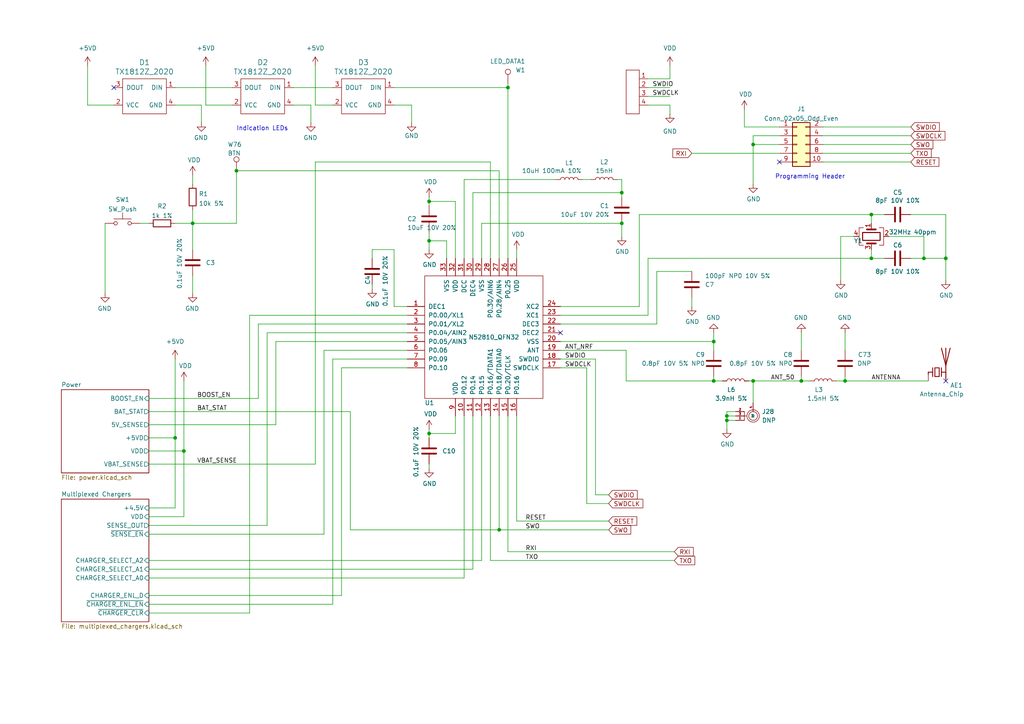
<source format=kicad_sch>
(kicad_sch (version 20211123) (generator eeschema)
  (paper "A4")
  (lib_symbols
    (symbol "Connector_Generic:Conn_02x05_Odd_Even" (pin_names (offset 1.016) hide)
      (property "Reference" "J" (at 1.27 7.62 0))
      (property "Value" "Conn_02x05_Odd_Even" (at 1.27 -7.62 0))
      (symbol "Conn_02x05_Odd_Even_1_1"
        (rectangle (start -1.27 -4.953) (end 0 -5.207) (stroke (width 0.1524)))
        (rectangle (start -1.27 -2.413) (end 0 -2.667) (stroke (width 0.1524)))
        (rectangle (start -1.27 0.127) (end 0 -0.127) (stroke (width 0.1524)))
        (rectangle (start -1.27 2.667) (end 0 2.413) (stroke (width 0.1524)))
        (rectangle (start -1.27 5.207) (end 0 4.953) (stroke (width 0.1524)))
        (rectangle (start -1.27 6.35) (end 3.81 -6.35) (stroke (width 0.254)) (fill (type background)))
        (rectangle (start 3.81 -4.953) (end 2.54 -5.207) (stroke (width 0.1524)))
        (rectangle (start 3.81 -2.413) (end 2.54 -2.667) (stroke (width 0.1524)))
        (rectangle (start 3.81 0.127) (end 2.54 -0.127) (stroke (width 0.1524)))
        (rectangle (start 3.81 2.667) (end 2.54 2.413) (stroke (width 0.1524)))
        (rectangle (start 3.81 5.207) (end 2.54 4.953) (stroke (width 0.1524)))
        (pin passive line (at -5.08 5.08 0) (length 3.81) (name "Pin_1") (number "1"))
        (pin passive line (at 7.62 -5.08 180) (length 3.81) (name "Pin_10") (number "10"))
        (pin passive line (at 7.62 5.08 180) (length 3.81) (name "Pin_2") (number "2"))
        (pin passive line (at -5.08 2.54 0) (length 3.81) (name "Pin_3") (number "3"))
        (pin passive line (at 7.62 2.54 180) (length 3.81) (name "Pin_4") (number "4"))
        (pin passive line (at -5.08 0 0) (length 3.81) (name "Pin_5") (number "5"))
        (pin passive line (at 7.62 0 180) (length 3.81) (name "Pin_6") (number "6"))
        (pin passive line (at -5.08 -2.54 0) (length 3.81) (name "Pin_7") (number "7"))
        (pin passive line (at 7.62 -2.54 180) (length 3.81) (name "Pin_8") (number "8"))
        (pin passive line (at -5.08 -5.08 0) (length 3.81) (name "Pin_9") (number "9"))
      )
    )
    (symbol "Device:Antenna_Chip" (pin_numbers hide) (pin_names (offset 1.016) hide)
      (property "Reference" "AE" (at 0 5.08 0))
      (property "Value" "Antenna_Chip" (at 0 3.175 0))
      (symbol "Antenna_Chip_0_1"
        (polyline (pts (xy -2.54 0) (xy -2.54 -0.635)) (stroke (width 0.254)))
        (polyline (pts (xy -2.54 0) (xy -1.27 0)) (stroke (width 0.254)))
        (polyline (pts (xy 1.27 0) (xy 2.54 0)) (stroke (width 0.254)))
        (polyline (pts (xy 1.27 1.27) (xy 1.27 -1.27)) (stroke (width 0.254)))
        (polyline (pts (xy 2.54 -0.635) (xy 2.54 0)))
        (polyline (pts (xy 2.54 6.985) (xy 2.54 -1.905)) (stroke (width 0.254)))
        (polyline (pts (xy -1.27 1.27) (xy -1.27 -1.27) (xy -1.27 0)) (stroke (width 0.254)))
        (polyline (pts (xy 3.81 6.985) (xy 2.54 1.905) (xy 1.27 6.985)) (stroke (width 0.254)))
        (polyline (pts (xy -0.635 1.27) (xy 0.635 1.27) (xy 0.635 -1.27) (xy -0.635 -1.27) (xy -0.635 1.27)) (stroke (width 0.254)))
      )
      (symbol "Antenna_Chip_1_1"
        (pin input line (at -2.54 -2.54 90) (length 2.54) (name "FEED") (number "1"))
        (pin passive line (at 2.54 -2.54 90) (length 2.54) (name "PCB_Trace") (number "2"))
      )
    )
    (symbol "Device:C" (pin_numbers hide) (pin_names (offset 0.254))
      (property "Reference" "C" (at 0.635 2.54 0))
      (property "Value" "C" (at 0.635 -2.54 0))
      (symbol "C_0_1"
        (polyline (pts (xy -2.032 -0.762) (xy 2.032 -0.762)) (stroke (width 0.508)))
        (polyline (pts (xy -2.032 0.762) (xy 2.032 0.762)) (stroke (width 0.508)))
      )
      (symbol "C_1_1"
        (pin passive line (at 0 3.81 270) (length 2.794) (name "~") (number "1"))
        (pin passive line (at 0 -3.81 90) (length 2.794) (name "~") (number "2"))
      )
    )
    (symbol "Device:Crystal_GND24" (pin_names (offset 1.016) hide)
      (property "Reference" "Y" (at 3.175 5.08 0))
      (property "Value" "Crystal_GND24" (at 3.175 3.175 0))
      (symbol "Crystal_GND24_0_1"
        (rectangle (start -1.143 2.54) (end 1.143 -2.54) (stroke (width 0.3048)))
        (polyline (pts (xy -2.54 0) (xy -2.032 0)))
        (polyline (pts (xy -2.032 -1.27) (xy -2.032 1.27)) (stroke (width 0.508)))
        (polyline (pts (xy 0 -3.81) (xy 0 -3.556)))
        (polyline (pts (xy 0 3.556) (xy 0 3.81)))
        (polyline (pts (xy 2.032 -1.27) (xy 2.032 1.27)) (stroke (width 0.508)))
        (polyline (pts (xy 2.032 0) (xy 2.54 0)))
        (polyline (pts (xy -2.54 -2.286) (xy -2.54 -3.556) (xy 2.54 -3.556) (xy 2.54 -2.286)))
        (polyline (pts (xy -2.54 2.286) (xy -2.54 3.556) (xy 2.54 3.556) (xy 2.54 2.286)))
      )
      (symbol "Crystal_GND24_1_1"
        (pin passive line (at -3.81 0 0) (length 1.27) (name "1") (number "1"))
        (pin passive line (at 0 5.08 270) (length 1.27) (name "2") (number "2"))
        (pin passive line (at 3.81 0 180) (length 1.27) (name "3") (number "3"))
        (pin passive line (at 0 -5.08 90) (length 1.27) (name "4") (number "4"))
      )
    )
    (symbol "Device:L" (pin_numbers hide) (pin_names (offset 1.016) hide)
      (property "Reference" "L" (at -1.27 0 90))
      (property "Value" "L" (at 1.905 0 90))
      (symbol "L_0_1"
        (arc (start 0 -2.54) (mid 0.635 -1.905) (end 0 -1.27))
        (arc (start 0 -1.27) (mid 0.635 -0.635) (end 0 0))
        (arc (start 0 0) (mid 0.635 0.635) (end 0 1.27))
        (arc (start 0 1.27) (mid 0.635 1.905) (end 0 2.54))
      )
      (symbol "L_1_1"
        (pin passive line (at 0 3.81 270) (length 1.27) (name "1") (number "1"))
        (pin passive line (at 0 -3.81 90) (length 1.27) (name "2") (number "2"))
      )
    )
    (symbol "Device:R" (pin_numbers hide) (pin_names (offset 0))
      (property "Reference" "R" (at 2.032 0 90))
      (property "Value" "R" (at 0 0 90))
      (symbol "R_0_1"
        (rectangle (start -1.016 -2.54) (end 1.016 2.54) (stroke (width 0.254)))
      )
      (symbol "R_1_1"
        (pin passive line (at 0 3.81 270) (length 1.27) (name "~") (number "1"))
        (pin passive line (at 0 -3.81 90) (length 1.27) (name "~") (number "2"))
      )
    )
    (symbol "Pixels-dice:N52810_QFN32" (pin_names (offset 1.016))
      (property "Reference" "U" (at 13.97 -19.05 0))
      (property "Value" "N52810_QFN32" (at 2.54 0 0))
      (symbol "N52810_QFN32_0_1"
        (rectangle (start -17.78 17.78) (end 16.51 -17.78))
      )
      (symbol "N52810_QFN32_1_1"
        (pin power_out line (at -22.86 8.89 0) (length 5.08) (name "DEC1") (number "1"))
        (pin bidirectional line (at -6.35 -22.86 90) (length 5.08) (name "P0.12") (number "10"))
        (pin bidirectional line (at -3.81 -22.86 90) (length 5.08) (name "P0.14") (number "11"))
        (pin bidirectional line (at -1.27 -22.86 90) (length 5.08) (name "P0.15") (number "12"))
        (pin bidirectional line (at 1.27 -22.86 90) (length 5.08) (name "P0.16/TDATA1") (number "13"))
        (pin bidirectional line (at 3.81 -22.86 90) (length 5.08) (name "P0.18/TDATA0") (number "14"))
        (pin bidirectional line (at 6.35 -22.86 90) (length 5.08) (name "P0.20/TCLK") (number "15"))
        (pin bidirectional line (at 8.89 -22.86 90) (length 5.08) (name "P0.16") (number "16"))
        (pin bidirectional line (at 21.59 -8.89 180) (length 5.08) (name "SWDCLK") (number "17"))
        (pin bidirectional line (at 21.59 -6.35 180) (length 5.08) (name "SWDIO") (number "18"))
        (pin output line (at 21.59 -3.81 180) (length 5.08) (name "ANT") (number "19"))
        (pin bidirectional line (at -22.86 6.35 0) (length 5.08) (name "P0.00/XL1") (number "2"))
        (pin output line (at 21.59 -1.27 180) (length 5.08) (name "VSS") (number "20"))
        (pin output line (at 21.59 1.27 180) (length 5.08) (name "DEC2") (number "21"))
        (pin output line (at 21.59 3.81 180) (length 5.08) (name "DEC3") (number "22"))
        (pin output line (at 21.59 6.35 180) (length 5.08) (name "XC1") (number "23"))
        (pin input line (at 21.59 8.89 180) (length 5.08) (name "XC2") (number "24"))
        (pin power_in line (at 8.89 22.86 270) (length 5.08) (name "VDD") (number "25"))
        (pin bidirectional line (at 6.35 22.86 270) (length 5.08) (name "P0.25") (number "26"))
        (pin bidirectional line (at 3.81 22.86 270) (length 5.08) (name "P0.28/AIN4") (number "27"))
        (pin bidirectional line (at 1.27 22.86 270) (length 5.08) (name "P0.30/AIN6") (number "28"))
        (pin power_in line (at -1.27 22.86 270) (length 5.08) (name "VSS") (number "29"))
        (pin bidirectional line (at -22.86 3.81 0) (length 5.08) (name "P0.01/XL2") (number "3"))
        (pin output line (at -3.81 22.86 270) (length 5.08) (name "DEC4") (number "30"))
        (pin output line (at -6.35 22.86 270) (length 5.08) (name "DCC") (number "31"))
        (pin power_in line (at -8.89 22.86 270) (length 5.08) (name "VDD") (number "32"))
        (pin power_in line (at -11.43 22.86 270) (length 5.08) (name "VSS") (number "33"))
        (pin bidirectional line (at -22.86 1.27 0) (length 5.08) (name "P0.04/AIN2") (number "4"))
        (pin bidirectional line (at -22.86 -1.27 0) (length 5.08) (name "P0.05/AIN3") (number "5"))
        (pin bidirectional line (at -22.86 -3.81 0) (length 5.08) (name "P0.06") (number "6"))
        (pin bidirectional line (at -22.86 -6.35 0) (length 5.08) (name "P0.09") (number "7"))
        (pin bidirectional line (at -22.86 -8.89 0) (length 5.08) (name "P0.10") (number "8"))
        (pin power_in line (at -8.89 -22.86 90) (length 5.08) (name "VDD") (number "9"))
      )
    )
    (symbol "Pixels-dice:TEST_1P-conn" (pin_numbers hide) (pin_names (offset 0.762) hide)
      (property "Reference" "W" (at 0 6.858 0))
      (property "Value" "TEST_1P-conn" (at 0 5.08 0))
      (symbol "TEST_1P-conn_0_1"
        (circle (center 0 3.302) (radius 0.762))
      )
      (symbol "TEST_1P-conn_1_1"
        (pin passive line (at 0 0 90) (length 2.54) (name "1") (number "1"))
      )
    )
    (symbol "Pixels-dice:TX1812Z_2020" (pin_names (offset 1.016))
      (property "Reference" "D" (at 0 -6.35 0))
      (property "Value" "TX1812Z_2020" (at 0 6.35 0))
      (symbol "TX1812Z_2020_0_1"
        (rectangle (start -6.35 5.08) (end 6.35 -5.08))
      )
      (symbol "TX1812Z_2020_1_1"
        (pin input line (at -8.89 2.54 0) (length 2.54) (name "DIN") (number "1"))
        (pin power_in line (at 8.89 -2.54 180) (length 2.54) (name "VCC") (number "2"))
        (pin output line (at 8.89 2.54 180) (length 2.54) (name "DOUT") (number "3"))
        (pin power_in line (at -8.89 -2.54 0) (length 2.54) (name "GND") (number "4"))
      )
    )
    (symbol "Pixels-dice:W.FL"
      (property "Reference" "J" (at 3.81 -1.27 0))
      (property "Value" "W.FL" (at 4.445 1.27 0))
      (symbol "W.FL_0_1"
        (polyline (pts (xy -1.27 -2.54) (xy 1.27 -2.54)))
        (polyline (pts (xy 0 -2.54) (xy 0 -1.905)))
        (circle (center 0 0) (radius 1.27))
        (circle (center 0 0) (radius 1.7961))
      )
      (symbol "W.FL_1_1"
        (pin passive line (at 1.27 -5.08 90) (length 2.54) (name "") (number "1"))
        (pin passive line (at -1.27 -5.08 90) (length 2.54) (name "") (number "2"))
        (pin passive line (at 0 -5.08 90) (length 2.54) (name "") (number "3"))
        (pin passive line (at -3.81 0 0) (length 2.54) (name "RF") (number "4"))
      )
    )
    (symbol "Pixels-dice:heard4"
      (symbol "heard4_0_1"
        (rectangle (start -3.81 6.35) (end -3.81 -6.35))
        (rectangle (start -3.81 6.35) (end 0 6.35))
        (rectangle (start 0 -6.35) (end -3.81 -6.35))
        (rectangle (start 0 6.35) (end 0 -6.35))
      )
      (symbol "heard4_1_1"
        (pin free line (at 2.54 3.81 180) (length 2.54) (name "") (number "1"))
        (pin free line (at 2.54 1.27 180) (length 2.54) (name "") (number "2"))
        (pin free line (at 2.54 -1.27 180) (length 2.54) (name "") (number "3"))
        (pin free line (at 2.54 -3.81 180) (length 2.54) (name "") (number "4"))
      )
    )
    (symbol "Switch:SW_Push" (pin_numbers hide) (pin_names (offset 1.016) hide)
      (property "Reference" "SW" (at 1.27 2.54 0))
      (property "Value" "SW_Push" (at 0 -1.524 0))
      (symbol "SW_Push_0_1"
        (circle (center -2.032 0) (radius 0.508))
        (polyline (pts (xy 0 1.27) (xy 0 3.048)))
        (polyline (pts (xy 2.54 1.27) (xy -2.54 1.27)))
        (circle (center 2.032 0) (radius 0.508))
        (pin passive line (at -5.08 0 0) (length 2.54) (name "1") (number "1"))
        (pin passive line (at 5.08 0 180) (length 2.54) (name "2") (number "2"))
      )
    )
    (symbol "power:+5VD" (power) (pin_names (offset 0))
      (property "Value" "+5VD" (at 0 3.556 0))
      (symbol "+5VD_0_1"
        (polyline (pts (xy -0.762 1.27) (xy 0 2.54)))
        (polyline (pts (xy 0 0) (xy 0 2.54)))
        (polyline (pts (xy 0 2.54) (xy 0.762 1.27)))
      )
      (symbol "+5VD_1_1"
        (pin power_in line (at 0 0 90) (length 0) hide (name "+5VD") (number "1"))
      )
    )
    (symbol "power:GND" (power) (pin_names (offset 0))
      (property "Value" "GND" (at 0 -3.81 0))
      (symbol "GND_0_1"
        (polyline (pts (xy 0 0) (xy 0 -1.27) (xy 1.27 -1.27) (xy 0 -2.54) (xy -1.27 -1.27) (xy 0 -1.27)))
      )
      (symbol "GND_1_1"
        (pin power_in line (at 0 0 270) (length 0) hide (name "GND") (number "1"))
      )
    )
    (symbol "power:VDD" (power) (pin_names (offset 0))
      (property "Value" "VDD" (at 0 3.81 0))
      (symbol "VDD_0_1"
        (polyline (pts (xy -0.762 1.27) (xy 0 2.54)))
        (polyline (pts (xy 0 0) (xy 0 2.54)))
        (polyline (pts (xy 0 2.54) (xy 0.762 1.27)))
      )
      (symbol "VDD_1_1"
        (pin power_in line (at 0 0 90) (length 0) hide (name "VDD") (number "1"))
      )
    )
  )
  (junction (at 53.34 130.81))
  (junction (at 210.82 121.92))
  (junction (at 68.58 49.53))
  (junction (at 144.78 153.67))
  (junction (at 124.46 125.73))
  (junction (at 252.73 74.93))
  (junction (at 245.11 110.49))
  (junction (at 252.73 62.23))
  (junction (at 50.8 127))
  (junction (at 55.88 64.77))
  (junction (at 124.46 69.85))
  (junction (at 147.32 25.4))
  (junction (at 274.32 74.93))
  (junction (at 267.97 74.93))
  (junction (at 207.01 99.06))
  (junction (at 180.34 64.77))
  (junction (at 124.46 58.42))
  (junction (at 218.44 110.49))
  (junction (at 232.41 110.49))
  (junction (at 218.44 41.91))
  (junction (at 210.82 120.65))
  (junction (at 207.01 110.49))
  (junction (at 180.34 55.88))
  (no_connect (at 162.56 96.52))
  (no_connect (at 274.32 110.49))
  (no_connect (at 226.06 46.99))
  (no_connect (at 33.02 25.4))
  (wire (pts (xy 80.01 99.06) (xy 118.11 99.06)))
  (wire (pts (xy 187.96 25.4) (xy 194.31 25.4)))
  (wire (pts (xy 245.11 109.22) (xy 245.11 110.49)))
  (wire (pts (xy 55.88 50.8) (xy 55.88 53.34)))
  (wire (pts (xy 180.34 64.77) (xy 180.34 68.58)))
  (wire (pts (xy 67.31 30.48) (xy 59.69 30.48)))
  (wire (pts (xy 210.82 119.38) (xy 210.82 120.65)))
  (wire (pts (xy 180.34 52.07) (xy 180.34 55.88)))
  (wire (pts (xy 217.17 110.49) (xy 218.44 110.49)))
  (wire (pts (xy 114.3 25.4) (xy 147.32 25.4)))
  (wire (pts (xy 58.42 30.48) (xy 58.42 35.56)))
  (wire (pts (xy 147.32 120.65) (xy 147.32 160.02)))
  (wire (pts (xy 101.6 153.67) (xy 101.6 119.38)))
  (wire (pts (xy 226.06 44.45) (xy 200.66 44.45)))
  (wire (pts (xy 252.73 74.93) (xy 256.54 74.93)))
  (wire (pts (xy 207.01 99.06) (xy 207.01 101.6)))
  (wire (pts (xy 144.78 153.67) (xy 101.6 153.67)))
  (wire (pts (xy 170.18 106.68) (xy 170.18 146.05)))
  (wire (pts (xy 96.52 104.14) (xy 118.11 104.14)))
  (wire (pts (xy 162.56 88.9) (xy 185.42 88.9)))
  (wire (pts (xy 68.58 64.77) (xy 68.58 49.53)))
  (wire (pts (xy 267.97 68.58) (xy 267.97 74.93)))
  (wire (pts (xy 99.06 172.72) (xy 99.06 106.68)))
  (wire (pts (xy 134.62 52.07) (xy 161.29 52.07)))
  (wire (pts (xy 232.41 110.49) (xy 234.95 110.49)))
  (wire (pts (xy 72.39 91.44) (xy 72.39 177.8)))
  (wire (pts (xy 93.98 101.6) (xy 93.98 154.94)))
  (wire (pts (xy 91.44 46.99) (xy 142.24 46.99)))
  (wire (pts (xy 67.31 25.4) (xy 50.8 25.4)))
  (wire (pts (xy 55.88 64.77) (xy 68.58 64.77)))
  (wire (pts (xy 238.76 44.45) (xy 264.16 44.45)))
  (wire (pts (xy 172.72 143.51) (xy 176.53 143.51)))
  (wire (pts (xy 139.7 64.77) (xy 180.34 64.77)))
  (wire (pts (xy 53.34 110.49) (xy 53.34 130.81)))
  (wire (pts (xy 147.32 24.13) (xy 147.32 25.4)))
  (wire (pts (xy 194.31 19.05) (xy 194.31 22.86)))
  (wire (pts (xy 179.07 52.07) (xy 180.34 52.07)))
  (wire (pts (xy 134.62 120.65) (xy 134.62 167.64)))
  (wire (pts (xy 53.34 130.81) (xy 43.18 130.81)))
  (wire (pts (xy 50.8 104.14) (xy 50.8 127)))
  (wire (pts (xy 210.82 120.65) (xy 210.82 121.92)))
  (wire (pts (xy 187.96 30.48) (xy 194.31 30.48)))
  (wire (pts (xy 142.24 120.65) (xy 142.24 162.56)))
  (wire (pts (xy 43.18 162.56) (xy 139.7 162.56)))
  (wire (pts (xy 181.61 101.6) (xy 181.61 110.49)))
  (wire (pts (xy 162.56 106.68) (xy 170.18 106.68)))
  (wire (pts (xy 139.7 64.77) (xy 139.7 74.93)))
  (wire (pts (xy 80.01 123.19) (xy 80.01 99.06)))
  (wire (pts (xy 137.16 120.65) (xy 137.16 165.1)))
  (wire (pts (xy 185.42 62.23) (xy 252.73 62.23)))
  (wire (pts (xy 50.8 147.32) (xy 50.8 127)))
  (wire (pts (xy 185.42 88.9) (xy 185.42 62.23)))
  (wire (pts (xy 59.69 19.05) (xy 59.69 30.48)))
  (wire (pts (xy 137.16 55.88) (xy 137.16 74.93)))
  (wire (pts (xy 200.66 86.36) (xy 200.66 88.9)))
  (wire (pts (xy 190.5 93.98) (xy 162.56 93.98)))
  (wire (pts (xy 181.61 110.49) (xy 207.01 110.49)))
  (wire (pts (xy 68.58 49.53) (xy 144.78 49.53)))
  (wire (pts (xy 93.98 101.6) (xy 118.11 101.6)))
  (wire (pts (xy 43.18 152.4) (xy 77.47 152.4)))
  (wire (pts (xy 218.44 39.37) (xy 218.44 41.91)))
  (wire (pts (xy 91.44 134.62) (xy 91.44 46.99)))
  (wire (pts (xy 232.41 96.52) (xy 232.41 101.6)))
  (wire (pts (xy 207.01 96.52) (xy 207.01 99.06)))
  (wire (pts (xy 55.88 60.96) (xy 55.88 64.77)))
  (wire (pts (xy 218.44 41.91) (xy 218.44 53.34)))
  (wire (pts (xy 53.34 130.81) (xy 53.34 149.86)))
  (wire (pts (xy 124.46 67.31) (xy 124.46 69.85)))
  (wire (pts (xy 180.34 55.88) (xy 137.16 55.88)))
  (wire (pts (xy 132.08 120.65) (xy 132.08 125.73)))
  (wire (pts (xy 144.78 120.65) (xy 144.78 153.67)))
  (wire (pts (xy 168.91 52.07) (xy 171.45 52.07)))
  (wire (pts (xy 134.62 74.93) (xy 134.62 52.07)))
  (wire (pts (xy 257.81 68.58) (xy 267.97 68.58)))
  (wire (pts (xy 107.95 82.55) (xy 107.95 83.82)))
  (wire (pts (xy 50.8 127) (xy 43.18 127)))
  (wire (pts (xy 114.3 72.39) (xy 107.95 72.39)))
  (wire (pts (xy 124.46 125.73) (xy 124.46 127)))
  (wire (pts (xy 162.56 99.06) (xy 207.01 99.06)))
  (wire (pts (xy 43.18 123.19) (xy 80.01 123.19)))
  (wire (pts (xy 74.93 93.98) (xy 74.93 115.57)))
  (wire (pts (xy 264.16 62.23) (xy 274.32 62.23)))
  (wire (pts (xy 149.86 120.65) (xy 149.86 151.13)))
  (wire (pts (xy 238.76 46.99) (xy 264.16 46.99)))
  (wire (pts (xy 210.82 121.92) (xy 210.82 124.46)))
  (wire (pts (xy 187.96 74.93) (xy 252.73 74.93)))
  (wire (pts (xy 124.46 69.85) (xy 124.46 72.39)))
  (wire (pts (xy 147.32 160.02) (xy 195.58 160.02)))
  (wire (pts (xy 242.57 110.49) (xy 245.11 110.49)))
  (wire (pts (xy 162.56 104.14) (xy 172.72 104.14)))
  (wire (pts (xy 226.06 36.83) (xy 215.9 36.83)))
  (wire (pts (xy 58.42 30.48) (xy 50.8 30.48)))
  (wire (pts (xy 142.24 162.56) (xy 195.58 162.56)))
  (wire (pts (xy 162.56 101.6) (xy 181.61 101.6)))
  (wire (pts (xy 232.41 109.22) (xy 232.41 110.49)))
  (wire (pts (xy 72.39 91.44) (xy 118.11 91.44)))
  (wire (pts (xy 267.97 74.93) (xy 274.32 74.93)))
  (wire (pts (xy 144.78 49.53) (xy 144.78 74.93)))
  (wire (pts (xy 77.47 152.4) (xy 77.47 96.52)))
  (wire (pts (xy 124.46 58.42) (xy 124.46 59.69)))
  (wire (pts (xy 93.98 154.94) (xy 43.18 154.94)))
  (wire (pts (xy 43.18 175.26) (xy 96.52 175.26)))
  (wire (pts (xy 118.11 88.9) (xy 114.3 88.9)))
  (wire (pts (xy 124.46 134.62) (xy 124.46 135.89)))
  (wire (pts (xy 226.06 39.37) (xy 218.44 39.37)))
  (wire (pts (xy 264.16 74.93) (xy 267.97 74.93)))
  (wire (pts (xy 139.7 120.65) (xy 139.7 162.56)))
  (wire (pts (xy 107.95 72.39) (xy 107.95 74.93)))
  (wire (pts (xy 147.32 25.4) (xy 147.32 74.93)))
  (wire (pts (xy 149.86 72.39) (xy 149.86 74.93)))
  (wire (pts (xy 213.36 121.92) (xy 210.82 121.92)))
  (wire (pts (xy 91.44 19.05) (xy 91.44 30.48)))
  (wire (pts (xy 124.46 58.42) (xy 124.46 57.15)))
  (wire (pts (xy 43.18 167.64) (xy 134.62 167.64)))
  (wire (pts (xy 247.65 68.58) (xy 243.84 68.58)))
  (wire (pts (xy 194.31 30.48) (xy 194.31 33.02)))
  (wire (pts (xy 218.44 41.91) (xy 226.06 41.91)))
  (wire (pts (xy 176.53 151.13) (xy 149.86 151.13)))
  (wire (pts (xy 55.88 64.77) (xy 55.88 72.39)))
  (wire (pts (xy 243.84 68.58) (xy 243.84 81.28)))
  (wire (pts (xy 43.18 147.32) (xy 50.8 147.32)))
  (wire (pts (xy 162.56 91.44) (xy 187.96 91.44)))
  (wire (pts (xy 96.52 25.4) (xy 85.09 25.4)))
  (wire (pts (xy 218.44 110.49) (xy 218.44 116.84)))
  (wire (pts (xy 187.96 27.94) (xy 194.31 27.94)))
  (wire (pts (xy 33.02 30.48) (xy 25.4 30.48)))
  (wire (pts (xy 55.88 80.01) (xy 55.88 85.09)))
  (wire (pts (xy 74.93 93.98) (xy 118.11 93.98)))
  (wire (pts (xy 43.18 172.72) (xy 99.06 172.72)))
  (wire (pts (xy 245.11 110.49) (xy 269.24 110.49)))
  (wire (pts (xy 252.73 64.77) (xy 252.73 62.23)))
  (wire (pts (xy 274.32 62.23) (xy 274.32 74.93)))
  (wire (pts (xy 176.53 153.67) (xy 144.78 153.67)))
  (wire (pts (xy 124.46 125.73) (xy 124.46 124.46)))
  (wire (pts (xy 274.32 74.93) (xy 274.32 81.28)))
  (wire (pts (xy 50.8 64.77) (xy 55.88 64.77)))
  (wire (pts (xy 245.11 96.52) (xy 245.11 101.6)))
  (wire (pts (xy 200.66 78.74) (xy 190.5 78.74)))
  (wire (pts (xy 215.9 36.83) (xy 215.9 31.75)))
  (wire (pts (xy 96.52 104.14) (xy 96.52 175.26)))
  (wire (pts (xy 132.08 74.93) (xy 132.08 58.42)))
  (wire (pts (xy 43.18 177.8) (xy 72.39 177.8)))
  (wire (pts (xy 190.5 78.74) (xy 190.5 93.98)))
  (wire (pts (xy 30.48 64.77) (xy 30.48 85.09)))
  (wire (pts (xy 129.54 69.85) (xy 124.46 69.85)))
  (wire (pts (xy 119.38 30.48) (xy 114.3 30.48)))
  (wire (pts (xy 142.24 46.99) (xy 142.24 74.93)))
  (wire (pts (xy 96.52 30.48) (xy 91.44 30.48)))
  (wire (pts (xy 90.17 30.48) (xy 85.09 30.48)))
  (wire (pts (xy 99.06 106.68) (xy 118.11 106.68)))
  (wire (pts (xy 25.4 19.05) (xy 25.4 30.48)))
  (wire (pts (xy 119.38 30.48) (xy 119.38 35.56)))
  (wire (pts (xy 43.18 115.57) (xy 74.93 115.57)))
  (wire (pts (xy 252.73 62.23) (xy 256.54 62.23)))
  (wire (pts (xy 238.76 41.91) (xy 264.16 41.91)))
  (wire (pts (xy 213.36 120.65) (xy 210.82 120.65)))
  (wire (pts (xy 132.08 58.42) (xy 124.46 58.42)))
  (wire (pts (xy 213.36 119.38) (xy 210.82 119.38)))
  (wire (pts (xy 180.34 55.88) (xy 180.34 57.15)))
  (wire (pts (xy 114.3 88.9) (xy 114.3 72.39)))
  (wire (pts (xy 207.01 110.49) (xy 209.55 110.49)))
  (wire (pts (xy 170.18 146.05) (xy 176.53 146.05)))
  (wire (pts (xy 53.34 149.86) (xy 43.18 149.86)))
  (wire (pts (xy 40.64 64.77) (xy 43.18 64.77)))
  (wire (pts (xy 77.47 96.52) (xy 118.11 96.52)))
  (wire (pts (xy 172.72 104.14) (xy 172.72 143.51)))
  (wire (pts (xy 187.96 91.44) (xy 187.96 74.93)))
  (wire (pts (xy 238.76 39.37) (xy 264.16 39.37)))
  (wire (pts (xy 238.76 36.83) (xy 264.16 36.83)))
  (wire (pts (xy 252.73 72.39) (xy 252.73 74.93)))
  (wire (pts (xy 218.44 110.49) (xy 232.41 110.49)))
  (wire (pts (xy 207.01 109.22) (xy 207.01 110.49)))
  (wire (pts (xy 187.96 22.86) (xy 194.31 22.86)))
  (wire (pts (xy 132.08 125.73) (xy 124.46 125.73)))
  (wire (pts (xy 129.54 74.93) (xy 129.54 69.85)))
  (wire (pts (xy 43.18 165.1) (xy 137.16 165.1)))
  (wire (pts (xy 43.18 119.38) (xy 101.6 119.38)))
  (wire (pts (xy 90.17 35.56) (xy 90.17 30.48)))
  (wire (pts (xy 43.18 134.62) (xy 91.44 134.62)))
  (text "Programming Header" (at 224.79 52.07 0) (effects (font (size 1.27 1.27)) (justify left bottom)))
  (text "Indication LEDs" (at 68.58 38.1 0) (effects (font (size 1.27 1.27)) (justify left bottom)))
  (label "ANT_50" (at 223.52 110.49 0))
  (label "ANTENNA" (at 252.73 110.49 0))
  (label "BOOST_EN" (at 57.15 115.57 0))
  (label "ANT_NRF" (at 163.83 101.6 0))
  (label "VBAT_SENSE" (at 57.15 134.62 0))
  (label "SWDCLK" (at 189.23 27.94 0))
  (label "TXO" (at 152.4 162.56 0))
  (label "RESET" (at 152.4 151.13 0))
  (label "SWO" (at 152.4 153.67 0))
  (label "SWDCLK" (at 163.83 106.68 0))
  (label "SWDIO" (at 163.83 104.14 0))
  (label "SWDIO" (at 189.23 25.4 0))
  (label "BAT_STAT" (at 57.15 119.38 0))
  (label "RXI" (at 152.4 160.02 0))
  (global_label "RESET" (shape input) (at 264.16 46.99 0) (property "Intersheet References" "${INTERSHEET_REFS}" (effects hide)))
  (global_label "SWDCLK" (shape input) (at 264.16 39.37 0) (property "Intersheet References" "${INTERSHEET_REFS}" (effects hide)))
  (global_label "TXO" (shape input) (at 264.16 44.45 0) (property "Intersheet References" "${INTERSHEET_REFS}" (effects hide)))
  (global_label "SWO" (shape input) (at 176.53 153.67 0) (property "Intersheet References" "${INTERSHEET_REFS}" (effects hide)))
  (global_label "SWDIO" (shape input) (at 176.53 143.51 0) (property "Intersheet References" "${INTERSHEET_REFS}" (effects hide)))
  (global_label "TXO" (shape input) (at 195.58 162.56 0) (property "Intersheet References" "${INTERSHEET_REFS}" (effects hide)))
  (global_label "RXI" (shape input) (at 195.58 160.02 0) (property "Intersheet References" "${INTERSHEET_REFS}" (effects hide)))
  (global_label "RXI" (shape input) (at 200.66 44.45 180) (property "Intersheet References" "${INTERSHEET_REFS}" (effects hide)))
  (global_label "RESET" (shape input) (at 176.53 151.13 0) (property "Intersheet References" "${INTERSHEET_REFS}" (effects hide)))
  (global_label "SWDIO" (shape input) (at 264.16 36.83 0) (property "Intersheet References" "${INTERSHEET_REFS}" (effects hide)))
  (global_label "SWO" (shape input) (at 264.16 41.91 0) (property "Intersheet References" "${INTERSHEET_REFS}" (effects hide)))
  (global_label "SWDCLK" (shape input) (at 176.53 146.05 0) (property "Intersheet References" "${INTERSHEET_REFS}" (effects hide)))
  (symbol (lib_id "power:VDD") (at 215.9 31.75 0) (unit 1)
    (property "Reference" "#PWR04" (effects hide))
    (property "Value" "VDD" (at 216.281 27.3558 0))
  )
  (symbol (lib_id "Device:L") (at 213.36 110.49 90) (unit 1)
    (property "Reference" "L6" (at 212.09 113.03 90))
    (property "Value" "3.9nH 5%" (at 212.09 115.57 90))
    (property "Footprint" "Pixels-dice:0402_RF" (effects hide))
    (property "Generic OK" "YES" (effects hide))
    (property "Manufacturer" "Murata" (effects hide))
    (property "Manufacturer Part Number" "LQG15HS3N9B02D" (effects hide))
  )
  (symbol (lib_id "power:GND") (at 30.48 85.09 0) (mirror y) (unit 1)
    (property "Reference" "#PWR015" (effects hide))
    (property "Value" "GND" (at 30.353 89.4842 0))
  )
  (symbol (lib_id "Device:C") (at 124.46 130.81 0) (unit 1)
    (property "Reference" "C10" (at 128.27 130.81 0) (effects (justify left)))
    (property "Value" "0.1uF 10V 20%" (at 120.65 138.43 90) (effects (justify left)))
    (property "Footprint" "Capacitor_SMD:C_0402_1005Metric" (effects hide))
    (property "Generic OK" "YES" (effects hide))
    (property "Manufacturer" "Murata" (effects hide))
    (property "Manufacturer Part Number" "GRM155R61H104KE19D" (effects hide))
    (property "LCSC Part Number" "C2168305" (effects hide))
  )
  (symbol (lib_id "Device:Antenna_Chip") (at 271.78 107.95 0) (unit 1)
    (property "Reference" "AE1" (at 275.59 111.76 0) (effects (justify left)))
    (property "Value" "Antenna_Chip" (at 266.7 114.3 0) (effects (justify left)))
    (property "Footprint" "Pixels-dice:CHIP_ANT" (effects hide))
    (property "Generic OK" "NO" (effects hide))
    (property "Manufacturer" "Microgate" (effects hide))
    (property "Manufacturer Part Number" "MGMA3216H2450-A02" (effects hide))
  )
  (symbol (lib_id "power:GND") (at 243.84 81.28 0) (unit 1)
    (property "Reference" "#PWR019" (effects hide))
    (property "Value" "GND" (at 243.967 85.6742 0))
  )
  (symbol (lib_id "Device:R") (at 55.88 57.15 180) (unit 1)
    (property "Reference" "R1" (at 57.658 56.2415 0) (effects (justify right)))
    (property "Value" "10k 5%" (at 57.658 59.0166 0) (effects (justify right)))
    (property "Footprint" "Resistor_SMD:R_0402_1005Metric" (effects hide))
    (property "LCSC Part Number" "C25744" (effects hide))
    (property "Manufacturer" "UNI-ROYAL(Uniroyal Elec)" (effects hide))
    (property "Manufacturer Part Number" "0402WGF1002TCE" (effects hide))
    (property "Generic OK" "YES" (effects hide))
  )
  (symbol (lib_id "Device:Crystal_GND24") (at 252.73 68.58 270) (unit 1)
    (property "Reference" "Y1" (at 247.65 69.85 90) (effects (justify left)))
    (property "Value" "32MHz 40ppm" (at 257.81 67.31 90) (effects (justify left)))
    (property "Footprint" "Pixels-dice:Crystal_SMD_2016-4Pin_2.0x1.6mm" (effects hide))
    (property "Generic OK" "YES" (effects hide))
    (property "Manufacturer" "Murata" (effects hide))
    (property "Manufacturer Part Number" "XRCGB32M000F2P00R0" (effects hide))
    (property "Pixels Part Number" "SMD-Y001" (effects hide))
    (property "LCSC Part Number" "C527602" (effects hide))
  )
  (symbol (lib_id "Pixels-dice:W.FL") (at 218.44 120.65 270) (unit 1)
    (property "Reference" "J28" (at 220.98 119.3799 90) (effects (justify left)))
    (property "Value" "DNP" (at 220.98 121.9199 90) (effects (justify left)))
    (property "Footprint" "RFFrontEnd:MFH3.RECE.20369.001E.01" (effects hide))
    (property "Generic OK" "N/A" (effects hide))
  )
  (symbol (lib_id "Device:C") (at 260.35 62.23 270) (unit 1)
    (property "Reference" "C5" (at 260.35 55.8292 90))
    (property "Value" "8pF 10V 10%" (at 260.35 58.1406 90))
    (property "Footprint" "Capacitor_SMD:C_0402_1005Metric" (effects hide))
    (property "Generic OK" "YES" (effects hide))
    (property "Pixels Part Number" "SMD-C001" (effects hide))
    (property "Manufacturer" "Murata" (effects hide))
    (property "Manufacturer Part Number" "GRT1555C2A8R0DA02" (effects hide))
    (property "LCSC Part Number" "C521082" (effects hide))
  )
  (symbol (lib_id "power:VDD") (at 124.46 124.46 0) (unit 1)
    (property "Reference" "#PWR025" (effects hide))
    (property "Value" "VDD" (at 124.8918 120.0658 0))
  )
  (symbol (lib_id "power:GND") (at 90.17 35.56 0) (mirror y) (unit 1)
    (property "Reference" "#PWR06" (effects hide))
    (property "Value" "GND" (at 90.043 39.9542 0))
  )
  (symbol (lib_id "power:GND") (at 124.46 72.39 0) (unit 1)
    (property "Reference" "#PWR012" (effects hide))
    (property "Value" "GND" (at 124.587 76.7842 0))
  )
  (symbol (lib_id "power:GND") (at 218.44 53.34 0) (unit 1)
    (property "Reference" "#PWR0101" (effects hide))
    (property "Value" "GND" (at 218.567 57.7342 0))
  )
  (symbol (lib_id "Device:C") (at 245.11 105.41 180) (unit 1)
    (property "Reference" "C73" (at 252.73 102.87 0) (effects (justify left)))
    (property "Value" "DNP" (at 252.73 105.41 0) (effects (justify left)))
    (property "Footprint" "Pixels-dice:0402_RF" (effects hide))
    (property "Generic OK" "YES" (effects hide))
    (property "Pixels Part Number" "SMD-C004" (effects hide))
  )
  (symbol (lib_id "Device:L") (at 238.76 110.49 90) (unit 1)
    (property "Reference" "L3" (at 237.49 113.03 90))
    (property "Value" "1.5nH 5%" (at 238.76 115.57 90))
    (property "Footprint" "Pixels-dice:0402_RF" (effects hide))
    (property "Generic OK" "YES" (effects hide))
    (property "Manufacturer" "Murata" (effects hide))
    (property "Manufacturer Part Number" "LQG15WZ1N5B02D" (effects hide))
  )
  (symbol (lib_id "power:VDD") (at 124.46 57.15 0) (unit 1)
    (property "Reference" "#PWR09" (effects hide))
    (property "Value" "VDD" (at 124.8918 52.7558 0))
  )
  (symbol (lib_id "power:GND") (at 245.11 96.52 180) (unit 1)
    (property "Reference" "#PWR087" (effects hide))
    (property "Value" "GND" (at 244.983 92.1258 0))
  )
  (symbol (lib_id "power:VDD") (at 55.88 50.8 0) (unit 1)
    (property "Reference" "#PWR08" (effects hide))
    (property "Value" "VDD" (at 56.3118 46.4058 0))
  )
  (symbol (lib_id "power:+5VD") (at 59.69 19.05 0) (unit 1)
    (property "Reference" "#PWR0105" (effects hide))
    (property "Value" "+5VD" (at 59.69 13.97 0))
  )
  (symbol (lib_id "Pixels-dice:TX1812Z_2020") (at 105.41 27.94 0) (mirror y) (unit 1)
    (property "Reference" "D3" (at 105.41 18.1102 0) (effects (font (size 1.524 1.524))))
    (property "Value" "TX1812Z_2020" (at 105.41 20.8026 0) (effects (font (size 1.524 1.524))))
    (property "Footprint" "Pixels-dice:TX1812Z_2020" (effects hide))
    (property "Manufacturer" "TCWIN" (effects hide))
    (property "Manufacturer Part Number" "TC2020RGB-3CJH-TX1812Z5" (effects hide))
    (property "Pixels Part Number" "SMD-D002-ALT2" (effects hide))
    (property "Generic OK" "NO" (effects hide))
    (property "LCSC Part Number" "C784564" (effects hide))
  )
  (symbol (lib_id "Device:C") (at 124.46 63.5 0) (unit 1)
    (property "Reference" "C2" (at 118.11 63.5 0) (effects (justify left)))
    (property "Value" "10uF 10V 20%" (at 118.11 66.04 0) (effects (justify left)))
    (property "Footprint" "Capacitor_SMD:C_0603_1608Metric" (effects hide))
    (property "Generic OK" "YES" (effects hide))
    (property "Pixels Part Number" "SMD-C002" (effects hide))
    (property "Manufacturer" "Murata" (effects hide))
    (property "Manufacturer Part Number" "GRM188R61A106ME69D" (effects hide))
  )
  (symbol (lib_id "Pixels-dice:TEST_1P-conn") (at 68.58 49.53 0) (unit 1)
    (property "Reference" "W76" (at 66.04 41.91 0) (effects (justify left)))
    (property "Value" "BTN" (at 66.04 44.45 0) (effects (justify left)))
    (property "Footprint" "Pixels-dice:TestPoint_1.5x1.5_Drill0.9mm" (effects hide))
  )
  (symbol (lib_id "Device:R") (at 46.99 64.77 90) (unit 1)
    (property "Reference" "R2" (at 46.99 59.7875 90))
    (property "Value" "1k 1%" (at 46.99 62.5626 90))
    (property "Footprint" "Resistor_SMD:R_0402_1005Metric" (effects hide))
    (property "LCSC Part Number" "C11702" (effects hide))
    (property "Manufacturer" "UNI-ROYAL(Uniroyal Elec)" (effects hide))
    (property "Manufacturer Part Number" "0402WGF1001TCE" (effects hide))
    (property "Generic OK" "YES" (effects hide))
  )
  (symbol (lib_id "Device:C") (at 55.88 76.2 0) (unit 1)
    (property "Reference" "C3" (at 59.69 76.2 0) (effects (justify left)))
    (property "Value" "0.1uF 10V 20%" (at 52.07 83.82 90) (effects (justify left)))
    (property "Footprint" "Capacitor_SMD:C_0402_1005Metric" (effects hide))
    (property "Generic OK" "YES" (effects hide))
    (property "Manufacturer" "Murata" (effects hide))
    (property "Manufacturer Part Number" "GRM155R61H104KE19D" (effects hide))
    (property "LCSC Part Number" "C2168305" (effects hide))
  )
  (symbol (lib_id "power:GND") (at 119.38 35.56 0) (mirror y) (unit 1)
    (property "Reference" "#PWR07" (effects hide))
    (property "Value" "GND" (at 119.38 39.37 0))
  )
  (symbol (lib_id "Device:L") (at 175.26 52.07 90) (unit 1)
    (property "Reference" "L2" (at 175.26 46.99 90))
    (property "Value" "15nH" (at 175.26 49.53 90))
    (property "Footprint" "Inductor_SMD:L_0402_1005Metric" (effects hide))
    (property "Generic OK" "YES" (effects hide))
    (property "Manufacturer" "Murata" (effects hide))
    (property "Manufacturer Part Number" "LQG15HS15NJ02D" (effects hide))
    (property "LCSC Part Number" "C87189" (effects hide))
  )
  (symbol (lib_id "power:GND") (at 200.66 88.9 0) (unit 1)
    (property "Reference" "#PWR022" (effects hide))
    (property "Value" "GND" (at 200.787 93.2942 0))
  )
  (symbol (lib_id "power:GND") (at 232.41 96.52 180) (unit 1)
    (property "Reference" "#PWR024" (effects hide))
    (property "Value" "GND" (at 232.283 92.1258 0))
  )
  (symbol (lib_id "Device:C") (at 232.41 105.41 180) (unit 1)
    (property "Reference" "C8" (at 229.87 102.87 0) (effects (justify left)))
    (property "Value" "0.8pF 10V 5% NP0" (at 229.87 105.41 0) (effects (justify left)))
    (property "Footprint" "Pixels-dice:0402_RF" (effects hide))
    (property "Generic OK" "YES" (effects hide))
    (property "Pixels Part Number" "SMD-C004" (effects hide))
    (property "Manufacturer" "Murata" (effects hide))
    (property "Manufacturer Part Number" "GJM1555C1HR80BB01" (effects hide))
  )
  (symbol (lib_id "power:VDD") (at 53.34 110.49 0) (unit 1)
    (property "Reference" "#PWR018" (effects hide))
    (property "Value" "VDD" (at 53.7718 106.0958 0))
  )
  (symbol (lib_id "Switch:SW_Push") (at 35.56 64.77 0) (mirror y) (unit 1)
    (property "Reference" "SW1" (at 35.56 57.8825 0))
    (property "Value" "SW_Push" (at 35.56 60.6576 0))
    (property "Footprint" "Pixels-dice:TSB002" (effects hide))
    (property "Manufacturer" "BZCN" (effects hide))
    (property "Manufacturer Part Number" "TSB001A3526A02" (effects hide))
    (property "LCSC Part Number" "C2888889" (effects hide))
    (property "Generic OK" "NO" (effects hide))
  )
  (symbol (lib_id "power:+5VD") (at 91.44 19.05 0) (unit 1)
    (property "Reference" "#PWR0108" (effects hide))
    (property "Value" "+5VD" (at 91.44 13.97 0))
  )
  (symbol (lib_id "Device:C") (at 207.01 105.41 180) (unit 1)
    (property "Reference" "C9" (at 204.47 102.87 0) (effects (justify left)))
    (property "Value" "0.8pF 10V 5% NP0" (at 204.47 105.41 0) (effects (justify left)))
    (property "Footprint" "Pixels-dice:0402_RF" (effects hide))
    (property "Generic OK" "YES" (effects hide))
    (property "Pixels Part Number" "SMD-C004" (effects hide))
    (property "Manufacturer" "Murata" (effects hide))
    (property "Manufacturer Part Number" "GJM1555C1HR80BB01" (effects hide))
  )
  (symbol (lib_id "Pixels-dice:heard4") (at 185.42 26.67 0) (unit 1)
    (property "Reference" "P1" (effects hide))
    (property "Value" "heard4" (effects hide))
    (property "Footprint" "Pixels-dice:4x2.54mm_SMD" (effects hide))
  )
  (symbol (lib_id "power:+5VD") (at 25.4 19.05 0) (unit 1)
    (property "Reference" "#PWR0106" (effects hide))
    (property "Value" "+5VD" (at 25.4 13.97 0))
  )
  (symbol (lib_id "power:GND") (at 58.42 35.56 0) (mirror y) (unit 1)
    (property "Reference" "#PWR05" (effects hide))
    (property "Value" "GND" (at 58.293 39.9542 0))
  )
  (symbol (lib_id "power:GND") (at 274.32 81.28 0) (unit 1)
    (property "Reference" "#PWR020" (effects hide))
    (property "Value" "GND" (at 274.447 85.6742 0))
  )
  (symbol (lib_id "Pixels-dice:N52810_QFN32") (at 140.97 97.79 0) (unit 1)
    (property "Reference" "U1" (at 123.19 116.84 0) (effects (justify left)))
    (property "Value" "N52810_QFN32" (at 135.89 97.79 0) (effects (justify left)))
    (property "Footprint" "Package_DFN_QFN:QFN-32-1EP_5x5mm_P0.5mm_EP3.1x3.1mm" (effects hide))
    (property "Generic OK" "NO" (effects hide))
    (property "Manufacturer" "Nordic Semiconductor" (effects hide))
    (property "Manufacturer Part Number" "NRF52810-QCAA-R" (effects hide))
    (property "Pixels Part Number" "SMD-U001" (effects hide))
  )
  (symbol (lib_id "power:+5VD") (at 50.8 104.14 0) (unit 1)
    (property "Reference" "#PWR0107" (effects hide))
    (property "Value" "+5VD" (at 50.8 99.06 0))
  )
  (symbol (lib_id "power:GND") (at 194.31 33.02 0) (unit 1)
    (property "Reference" "#PWR0102" (effects hide))
    (property "Value" "GND" (at 194.31 38.1 0))
  )
  (symbol (lib_id "Device:L") (at 165.1 52.07 90) (unit 1)
    (property "Reference" "L1" (at 165.1 47.244 90))
    (property "Value" "10uH 100mA 10%" (at 160.02 49.53 90))
    (property "Footprint" "Inductor_SMD:L_0805_2012Metric" (effects hide))
    (property "Generic OK" "YES" (effects hide))
    (property "Pixels Part Number" "SMD-L001" (effects hide))
    (property "Manufacturer" "Murata" (effects hide))
    (property "Manufacturer Part Number" "LQM21FN100M80L" (effects hide))
    (property "LCSC Part Number" "C223269" (effects hide))
  )
  (symbol (lib_id "power:GND") (at 55.88 85.09 0) (mirror y) (unit 1)
    (property "Reference" "#PWR016" (effects hide))
    (property "Value" "GND" (at 55.753 89.4842 0))
  )
  (symbol (lib_id "power:VDD") (at 149.86 72.39 0) (unit 1)
    (property "Reference" "#PWR013" (effects hide))
    (property "Value" "VDD" (at 150.2918 67.9958 0))
  )
  (symbol (lib_id "Device:C") (at 200.66 82.55 0) (unit 1)
    (property "Reference" "C7" (at 204.47 82.55 0) (effects (justify left)))
    (property "Value" "100pF NP0 10V 5%" (at 204.47 80.01 0) (effects (justify left)))
    (property "Footprint" "Capacitor_SMD:C_0402_1005Metric" (effects hide))
    (property "Generic OK" "YES" (effects hide))
    (property "Pixels Part Number" "SMD-C003" (effects hide))
    (property "Manufacturer" "Murata" (effects hide))
    (property "Manufacturer Part Number" "GCM1555C1H101JA16J" (effects hide))
    (property "LCSC Part Number" "C2188957" (effects hide))
  )
  (symbol (lib_id "Device:C") (at 107.95 78.74 0) (unit 1)
    (property "Reference" "C4" (at 106.68 82.55 90) (effects (justify left)))
    (property "Value" "0.1uF 10V 20%" (at 111.76 88.9 90) (effects (justify left)))
    (property "Footprint" "Capacitor_SMD:C_0402_1005Metric" (effects hide))
    (property "Generic OK" "YES" (effects hide))
    (property "Manufacturer" "Murata" (effects hide))
    (property "Manufacturer Part Number" "GRM155R61H104KE19D" (effects hide))
    (property "LCSC Part Number" "C2168305" (effects hide))
  )
  (symbol (lib_id "Pixels-dice:TX1812Z_2020") (at 41.91 27.94 0) (mirror y) (unit 1)
    (property "Reference" "D1" (at 41.91 18.1102 0) (effects (font (size 1.524 1.524))))
    (property "Value" "TX1812Z_2020" (at 41.91 20.8026 0) (effects (font (size 1.524 1.524))))
    (property "Footprint" "Pixels-dice:TX1812Z_2020" (effects hide))
    (property "Manufacturer" "TCWIN" (effects hide))
    (property "Manufacturer Part Number" "TC2020RGB-3CJH-TX1812Z5" (effects hide))
    (property "Pixels Part Number" "SMD-D002-ALT2" (effects hide))
    (property "Generic OK" "NO" (effects hide))
    (property "LCSC Part Number" "C784564" (effects hide))
  )
  (symbol (lib_id "Connector_Generic:Conn_02x05_Odd_Even") (at 231.14 41.91 0) (unit 1)
    (property "Reference" "J1" (at 232.41 31.5935 0))
    (property "Value" "Conn_02x05_Odd_Even" (at 232.41 34.3686 0))
    (property "Footprint" "Connector_PinHeader_1.27mm:PinHeader_2x05_P1.27mm_Vertical_SMD" (effects hide))
    (property "LCSC Part Number" "C2962219" (effects hide))
    (property "Manufacturer" "XKB Connectivity" (effects hide))
    (property "Manufacturer Part Number" "X1270WVS-2x05B-6TV01" (effects hide))
    (property "Generic OK" "YES" (effects hide))
  )
  (symbol (lib_id "power:GND") (at 210.82 124.46 0) (unit 1)
    (property "Reference" "#PWR023" (effects hide))
    (property "Value" "GND" (at 210.947 128.8542 0))
  )
  (symbol (lib_id "power:GND") (at 124.46 135.89 0) (unit 1)
    (property "Reference" "#PWR026" (effects hide))
    (property "Value" "GND" (at 124.587 140.2842 0))
  )
  (symbol (lib_id "power:GND") (at 107.95 83.82 0) (unit 1)
    (property "Reference" "#PWR014" (effects hide))
    (property "Value" "GND" (at 108.077 88.2142 0))
  )
  (symbol (lib_id "Device:C") (at 260.35 74.93 270) (unit 1)
    (property "Reference" "C6" (at 260.35 71.12 90))
    (property "Value" "8pF 10V 10%" (at 260.35 78.74 90))
    (property "Footprint" "Capacitor_SMD:C_0402_1005Metric" (effects hide))
    (property "Generic OK" "YES" (effects hide))
    (property "Pixels Part Number" "SMD-C001" (effects hide))
    (property "Manufacturer" "Murata" (effects hide))
    (property "Manufacturer Part Number" "GRT1555C2A8R0DA02" (effects hide))
    (property "LCSC Part Number" "C521082" (effects hide))
  )
  (symbol (lib_id "power:GND") (at 180.34 68.58 0) (unit 1)
    (property "Reference" "#PWR011" (effects hide))
    (property "Value" "GND" (at 180.467 72.9742 0))
  )
  (symbol (lib_id "power:VDD") (at 194.31 19.05 0) (unit 1)
    (property "Reference" "#PWR0103" (effects hide))
    (property "Value" "VDD" (at 194.31 13.97 0))
  )
  (symbol (lib_id "power:GND") (at 207.01 96.52 180) (unit 1)
    (property "Reference" "#PWR021" (effects hide))
    (property "Value" "GND" (at 206.883 92.1258 0))
  )
  (symbol (lib_id "Device:C") (at 180.34 60.96 0) (unit 1)
    (property "Reference" "C1" (at 173.99 59.69 0) (effects (justify left)))
    (property "Value" "10uF 10V 20%" (at 162.56 62.23 0) (effects (justify left)))
    (property "Footprint" "Capacitor_SMD:C_0603_1608Metric" (effects hide))
    (property "Generic OK" "YES" (effects hide))
    (property "Pixels Part Number" "SMD-C002" (effects hide))
    (property "Manufacturer" "Murata" (effects hide))
    (property "Manufacturer Part Number" "GRM188R61A106ME69D" (effects hide))
  )
  (symbol (lib_id "Pixels-dice:TEST_1P-conn") (at 147.32 24.13 0) (mirror y) (unit 1)
    (property "Reference" "W1" (at 152.4 20.32 0) (effects (justify left)))
    (property "Value" "LED_DATA1" (at 152.4 17.78 0) (effects (justify left)))
    (property "Footprint" "Pixels-dice:TestPoint_1.5x1.5_Drill0.9mm" (effects hide))
  )
  (symbol (lib_id "Pixels-dice:TX1812Z_2020") (at 76.2 27.94 0) (mirror y) (unit 1)
    (property "Reference" "D2" (at 76.2 18.1102 0) (effects (font (size 1.524 1.524))))
    (property "Value" "TX1812Z_2020" (at 76.2 20.8026 0) (effects (font (size 1.524 1.524))))
    (property "Footprint" "Pixels-dice:TX1812Z_2020" (effects hide))
    (property "Manufacturer" "TCWIN" (effects hide))
    (property "Manufacturer Part Number" "TC2020RGB-3CJH-TX1812Z5" (effects hide))
    (property "Pixels Part Number" "SMD-D002-ALT2" (effects hide))
    (property "Generic OK" "NO" (effects hide))
    (property "LCSC Part Number" "C784564" (effects hide))
  )
  (sheet (at 17.78 144.78) (size 25.4 35.56) (stroke (width 0.1524))
    (property "Sheet name" "Multiplexed Chargers" (at 17.78 144.0684 0) (effects (justify left bottom)))
    (property "Sheet file" "multiplexed_chargers.kicad_sch" (at 17.78 180.9246 0) (effects (justify left top)))
    (pin "SENSE_OUT" output (at 43.18 152.4 0))
    (pin "~{CHARGER_ENL_EN}" input (at 43.18 175.26 0))
    (pin "CHARGER_ENL_D" input (at 43.18 172.72 0))
    (pin "CHARGER_SELECT_A2" input (at 43.18 162.56 0))
    (pin "CHARGER_SELECT_A1" input (at 43.18 165.1 0))
    (pin "CHARGER_SELECT_A0" input (at 43.18 167.64 0))
    (pin "VDD" input (at 43.18 149.86 0))
    (pin "+4.5V" input (at 43.18 147.32 0))
    (pin "~{SENSE_EN}" input (at 43.18 154.94 0))
    (pin "~{CHARGER_CLR}" input (at 43.18 177.8 0))
  )
  (sheet (at 17.78 113.03) (size 25.4 24.13) (stroke (width 0.1524))
    (property "Sheet name" "Power" (at 17.78 112.3184 0) (effects (justify left bottom)))
    (property "Sheet file" "power.kicad_sch" (at 17.78 137.7446 0) (effects (justify left top)))
    (pin "VDD" output (at 43.18 130.81 0))
    (pin "VBAT_SENSE" output (at 43.18 134.62 0))
    (pin "BAT_STAT" output (at 43.18 119.38 0))
    (pin "BOOST_EN" input (at 43.18 115.57 0))
    (pin "+5VD" output (at 43.18 127 0))
    (pin "5V_SENSE" output (at 43.18 123.19 0))
  )
)
</source>
